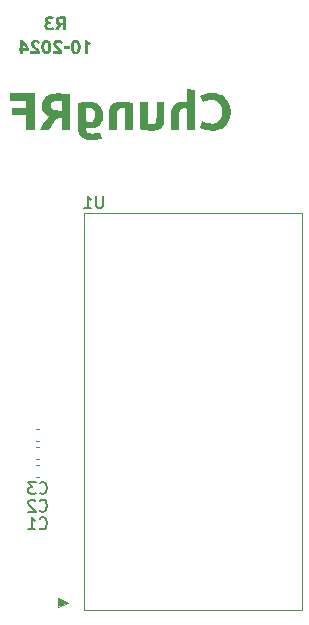
<source format=gbr>
%TF.GenerationSoftware,KiCad,Pcbnew,8.0.5*%
%TF.CreationDate,2024-10-25T02:08:45-07:00*%
%TF.ProjectId,ChungRF,4368756e-6752-4462-9e6b-696361645f70,R3*%
%TF.SameCoordinates,Original*%
%TF.FileFunction,Legend,Bot*%
%TF.FilePolarity,Positive*%
%FSLAX46Y46*%
G04 Gerber Fmt 4.6, Leading zero omitted, Abs format (unit mm)*
G04 Created by KiCad (PCBNEW 8.0.5) date 2024-10-25 02:08:45*
%MOMM*%
%LPD*%
G01*
G04 APERTURE LIST*
%ADD10C,0.300000*%
%ADD11C,0.440000*%
%ADD12C,0.150000*%
%ADD13C,0.120000*%
%ADD14C,0.100000*%
G04 APERTURE END LIST*
D10*
G36*
X157051492Y-63217546D02*
G01*
X157112691Y-63219916D01*
X157173642Y-63223754D01*
X157230589Y-63228969D01*
X157291908Y-63237019D01*
X157351841Y-63247494D01*
X157351841Y-64380000D01*
X157088645Y-64380000D01*
X157088645Y-63986085D01*
X156958513Y-63986085D01*
X156926914Y-64022913D01*
X156891102Y-64069323D01*
X156856957Y-64116730D01*
X156822518Y-64166922D01*
X156820358Y-64170131D01*
X156786268Y-64222329D01*
X156755107Y-64272728D01*
X156753038Y-64276116D01*
X156722281Y-64326657D01*
X156690041Y-64380000D01*
X156394605Y-64380000D01*
X156402303Y-64365020D01*
X156430473Y-64312086D01*
X156460550Y-64258367D01*
X156469458Y-64242911D01*
X156501282Y-64190041D01*
X156534116Y-64139078D01*
X156541216Y-64128348D01*
X156574619Y-64079366D01*
X156610906Y-64028876D01*
X156646468Y-63982057D01*
X156685058Y-63935380D01*
X156665548Y-63926730D01*
X156612271Y-63897228D01*
X156562319Y-63858193D01*
X156522100Y-63812575D01*
X156505804Y-63786968D01*
X156481498Y-63728842D01*
X156469068Y-63668648D01*
X156465533Y-63608876D01*
X156465754Y-63598911D01*
X156737522Y-63598911D01*
X156739089Y-63625312D01*
X156757831Y-63682167D01*
X156801709Y-63724354D01*
X156833830Y-63738629D01*
X156893730Y-63752940D01*
X156953521Y-63759237D01*
X157014493Y-63760990D01*
X157088645Y-63760990D01*
X157088645Y-63447383D01*
X157045561Y-63443866D01*
X156993977Y-63442107D01*
X156986124Y-63442142D01*
X156920881Y-63445627D01*
X156859865Y-63456189D01*
X156802588Y-63478157D01*
X156783843Y-63490533D01*
X156748260Y-63537978D01*
X156737522Y-63598911D01*
X156465754Y-63598911D01*
X156466080Y-63584157D01*
X156474289Y-63514959D01*
X156492348Y-63453200D01*
X156520259Y-63398881D01*
X156558019Y-63352001D01*
X156605631Y-63312561D01*
X156632983Y-63295485D01*
X156694196Y-63266373D01*
X156751834Y-63247245D01*
X156815497Y-63232782D01*
X156885185Y-63222984D01*
X156945273Y-63218506D01*
X157009217Y-63217013D01*
X157051492Y-63217546D01*
G37*
G36*
X155982225Y-64398757D02*
G01*
X156041324Y-64396468D01*
X156078652Y-64392896D01*
X156137624Y-64384836D01*
X156176545Y-64377655D01*
X156234944Y-64364203D01*
X156262714Y-64356552D01*
X156319115Y-64337279D01*
X156323384Y-64335450D01*
X156274437Y-64131751D01*
X156217281Y-64153359D01*
X156162183Y-64171318D01*
X156101231Y-64184982D01*
X156041118Y-64191102D01*
X155992483Y-64192421D01*
X155931971Y-64189013D01*
X155871423Y-64175591D01*
X155822197Y-64149337D01*
X155783278Y-64102166D01*
X155768187Y-64041986D01*
X155767975Y-64032979D01*
X155779021Y-63973628D01*
X155787612Y-63957362D01*
X155828527Y-63915092D01*
X155840662Y-63907536D01*
X155895776Y-63886207D01*
X155920969Y-63881158D01*
X155981259Y-63874609D01*
X156019741Y-63873538D01*
X156117633Y-63873538D01*
X156117633Y-63667201D01*
X156006259Y-63667201D01*
X155947513Y-63662944D01*
X155934451Y-63660753D01*
X155878025Y-63641314D01*
X155872902Y-63638478D01*
X155830818Y-63597086D01*
X155829818Y-63595394D01*
X155813949Y-63536922D01*
X155813698Y-63526810D01*
X155827180Y-63472295D01*
X155861765Y-63434487D01*
X155910711Y-63412212D01*
X155967278Y-63404591D01*
X156028747Y-63408799D01*
X156089875Y-63422645D01*
X156101513Y-63426573D01*
X156156833Y-63449371D01*
X156210588Y-63478515D01*
X156213767Y-63480502D01*
X156303160Y-63299665D01*
X156250981Y-63271210D01*
X156239853Y-63265666D01*
X156183824Y-63241361D01*
X156159839Y-63232840D01*
X156102594Y-63216216D01*
X156066049Y-63208220D01*
X156004815Y-63199900D01*
X155960536Y-63198255D01*
X155898804Y-63200602D01*
X155837246Y-63208605D01*
X155782337Y-63222288D01*
X155725489Y-63245153D01*
X155674006Y-63277242D01*
X155658066Y-63290579D01*
X155617782Y-63335079D01*
X155588703Y-63386148D01*
X155585672Y-63393454D01*
X155568632Y-63451130D01*
X155562025Y-63513701D01*
X155561932Y-63522414D01*
X155569393Y-63581182D01*
X155591777Y-63638492D01*
X155600913Y-63654598D01*
X155636846Y-63701433D01*
X155685604Y-63740510D01*
X155705547Y-63751612D01*
X155652613Y-63777818D01*
X155603708Y-63814711D01*
X155564570Y-63860055D01*
X155536202Y-63913018D01*
X155519610Y-63972770D01*
X155514744Y-64032979D01*
X155519195Y-64095483D01*
X155532545Y-64153923D01*
X155541709Y-64179525D01*
X155571137Y-64234575D01*
X155608911Y-64279564D01*
X155626119Y-64295296D01*
X155677970Y-64331485D01*
X155735019Y-64358537D01*
X155772372Y-64371500D01*
X155830898Y-64385874D01*
X155889054Y-64394259D01*
X155952403Y-64398331D01*
X155982225Y-64398757D01*
G37*
G36*
X159480271Y-65476865D02*
G01*
X159423908Y-65452259D01*
X159378275Y-65430556D01*
X159325665Y-65402933D01*
X159274520Y-65372817D01*
X159224915Y-65340651D01*
X159177507Y-65306872D01*
X159130640Y-65268656D01*
X159093683Y-65233013D01*
X158918121Y-65233013D01*
X158918121Y-66396000D01*
X159169594Y-66396000D01*
X159169594Y-65551896D01*
X159219706Y-65583031D01*
X159274969Y-65611591D01*
X159282727Y-65615204D01*
X159336735Y-65638622D01*
X159393231Y-65660475D01*
X159404360Y-65664443D01*
X159480271Y-65476865D01*
G37*
G36*
X158222864Y-65218148D02*
G01*
X158282807Y-65231421D01*
X158338387Y-65254115D01*
X158384783Y-65282606D01*
X158430861Y-65322210D01*
X158471743Y-65370473D01*
X158485257Y-65390073D01*
X158515477Y-65443883D01*
X158538318Y-65498185D01*
X158557033Y-65558051D01*
X158558854Y-65565026D01*
X158571342Y-65623178D01*
X158580131Y-65685505D01*
X158585218Y-65752010D01*
X158586635Y-65813627D01*
X158584881Y-65884198D01*
X158579619Y-65950537D01*
X158570849Y-66012645D01*
X158554954Y-66084329D01*
X158533577Y-66149402D01*
X158506720Y-66207863D01*
X158474381Y-66259712D01*
X158452584Y-66287420D01*
X158404491Y-66334661D01*
X158350402Y-66370999D01*
X158290316Y-66396437D01*
X158224233Y-66410972D01*
X158164583Y-66414757D01*
X158140224Y-66414152D01*
X158071142Y-66405067D01*
X158008058Y-66385081D01*
X157950970Y-66354193D01*
X157899879Y-66312403D01*
X157854786Y-66259712D01*
X157847879Y-66249871D01*
X157816637Y-66196700D01*
X157790875Y-66136916D01*
X157770595Y-66070521D01*
X157758317Y-66012645D01*
X157749548Y-65950537D01*
X157744286Y-65884198D01*
X157742532Y-65813627D01*
X157999280Y-65813627D01*
X157999686Y-65851252D01*
X158002276Y-65912423D01*
X158007779Y-65973948D01*
X158008881Y-65982919D01*
X158018770Y-66041359D01*
X158034744Y-66098805D01*
X158049066Y-66131901D01*
X158085449Y-66179698D01*
X158106904Y-66194845D01*
X158164583Y-66208421D01*
X158190016Y-66206149D01*
X158243425Y-66179698D01*
X158266733Y-66152491D01*
X158293837Y-66098805D01*
X158296212Y-66092169D01*
X158312167Y-66033477D01*
X158321680Y-65973948D01*
X158325399Y-65936670D01*
X158328985Y-65877251D01*
X158330180Y-65813627D01*
X158329773Y-65776058D01*
X158327183Y-65715244D01*
X158321680Y-65654478D01*
X158320575Y-65645579D01*
X158310470Y-65587580D01*
X158293837Y-65530501D01*
X158279152Y-65497237D01*
X158243425Y-65449314D01*
X158222250Y-65434167D01*
X158164583Y-65420591D01*
X158139246Y-65422863D01*
X158085449Y-65449314D01*
X158061527Y-65476570D01*
X158034744Y-65530501D01*
X158032475Y-65537099D01*
X158017124Y-65595405D01*
X158007779Y-65654478D01*
X158004061Y-65691243D01*
X158000475Y-65750168D01*
X157999280Y-65813627D01*
X157742532Y-65813627D01*
X157744286Y-65743473D01*
X157749548Y-65677504D01*
X157758317Y-65615721D01*
X157774213Y-65544379D01*
X157795589Y-65479577D01*
X157822447Y-65421315D01*
X157854786Y-65369593D01*
X157876583Y-65341833D01*
X157924675Y-65294503D01*
X157978764Y-65258096D01*
X158038850Y-65232610D01*
X158104933Y-65218047D01*
X158164583Y-65214255D01*
X158222864Y-65218148D01*
G37*
G36*
X157647570Y-65776990D02*
G01*
X157158107Y-65776990D01*
X157158107Y-66002085D01*
X157647570Y-66002085D01*
X157647570Y-65776990D01*
G37*
G36*
X156281471Y-65544862D02*
G01*
X156287074Y-65603393D01*
X156303882Y-65659734D01*
X156306970Y-65667081D01*
X156333949Y-65720859D01*
X156367626Y-65772834D01*
X156372622Y-65779628D01*
X156409977Y-65826287D01*
X156451258Y-65871375D01*
X156463774Y-65883969D01*
X156507804Y-65926869D01*
X156551161Y-65967862D01*
X156563425Y-65979224D01*
X156607569Y-66021195D01*
X156618526Y-66031980D01*
X156659598Y-66074296D01*
X156675093Y-66091184D01*
X156713647Y-66135570D01*
X156723160Y-66147165D01*
X156749245Y-66189663D01*
X156246007Y-66189663D01*
X156246007Y-66396000D01*
X157025923Y-66396000D01*
X157029440Y-66349105D01*
X157029440Y-66308658D01*
X157025772Y-66250104D01*
X157013519Y-66190949D01*
X157003355Y-66160940D01*
X156977245Y-66104007D01*
X156945076Y-66050665D01*
X156934772Y-66036083D01*
X156895767Y-65986764D01*
X156855830Y-65943579D01*
X156839517Y-65927639D01*
X156796370Y-65886680D01*
X156753609Y-65845720D01*
X156734004Y-65826816D01*
X156690078Y-65784683D01*
X156658093Y-65753836D01*
X156617084Y-65711544D01*
X156595665Y-65686718D01*
X156561813Y-65637644D01*
X156553460Y-65621359D01*
X156538457Y-65563240D01*
X156538219Y-65554827D01*
X156547493Y-65495180D01*
X156580424Y-65450780D01*
X156634304Y-65426370D01*
X156685058Y-65420591D01*
X156744891Y-65427379D01*
X156770347Y-65434953D01*
X156825907Y-65459463D01*
X156842741Y-65468951D01*
X156891667Y-65501803D01*
X156899308Y-65507933D01*
X156934772Y-65539000D01*
X157059629Y-65373110D01*
X157010879Y-65332255D01*
X156957321Y-65296151D01*
X156905008Y-65267720D01*
X156886705Y-65259098D01*
X156830010Y-65237421D01*
X156771042Y-65222838D01*
X156709803Y-65215350D01*
X156674800Y-65214255D01*
X156613308Y-65216545D01*
X156552146Y-65224353D01*
X156497772Y-65237702D01*
X156441639Y-65259897D01*
X156390925Y-65290832D01*
X156375260Y-65303648D01*
X156335736Y-65347547D01*
X156307288Y-65399561D01*
X156304332Y-65407109D01*
X156287923Y-65467739D01*
X156281672Y-65530603D01*
X156281471Y-65544862D01*
G37*
G36*
X155743310Y-65218148D02*
G01*
X155803254Y-65231421D01*
X155858833Y-65254115D01*
X155905230Y-65282606D01*
X155951307Y-65322210D01*
X155992190Y-65370473D01*
X156005704Y-65390073D01*
X156035923Y-65443883D01*
X156058765Y-65498185D01*
X156077479Y-65558051D01*
X156079301Y-65565026D01*
X156091789Y-65623178D01*
X156100577Y-65685505D01*
X156105665Y-65752010D01*
X156107082Y-65813627D01*
X156105328Y-65884198D01*
X156100066Y-65950537D01*
X156091296Y-66012645D01*
X156075400Y-66084329D01*
X156054024Y-66149402D01*
X156027166Y-66207863D01*
X155994828Y-66259712D01*
X155973030Y-66287420D01*
X155924938Y-66334661D01*
X155870849Y-66370999D01*
X155810763Y-66396437D01*
X155744680Y-66410972D01*
X155685030Y-66414757D01*
X155660670Y-66414152D01*
X155591589Y-66405067D01*
X155528504Y-66385081D01*
X155471417Y-66354193D01*
X155420326Y-66312403D01*
X155375232Y-66259712D01*
X155368326Y-66249871D01*
X155337083Y-66196700D01*
X155311322Y-66136916D01*
X155291042Y-66070521D01*
X155278764Y-66012645D01*
X155269994Y-65950537D01*
X155264732Y-65884198D01*
X155262978Y-65813627D01*
X155519726Y-65813627D01*
X155520133Y-65851252D01*
X155522723Y-65912423D01*
X155528226Y-65973948D01*
X155529327Y-65982919D01*
X155539217Y-66041359D01*
X155555190Y-66098805D01*
X155569513Y-66131901D01*
X155605895Y-66179698D01*
X155627350Y-66194845D01*
X155685030Y-66208421D01*
X155710463Y-66206149D01*
X155763871Y-66179698D01*
X155787179Y-66152491D01*
X155814283Y-66098805D01*
X155816659Y-66092169D01*
X155832614Y-66033477D01*
X155842127Y-65973948D01*
X155845846Y-65936670D01*
X155849431Y-65877251D01*
X155850627Y-65813627D01*
X155850220Y-65776058D01*
X155847630Y-65715244D01*
X155842127Y-65654478D01*
X155841022Y-65645579D01*
X155830916Y-65587580D01*
X155814283Y-65530501D01*
X155799599Y-65497237D01*
X155763871Y-65449314D01*
X155742697Y-65434167D01*
X155685030Y-65420591D01*
X155659692Y-65422863D01*
X155605895Y-65449314D01*
X155581974Y-65476570D01*
X155555190Y-65530501D01*
X155552921Y-65537099D01*
X155537571Y-65595405D01*
X155528226Y-65654478D01*
X155524507Y-65691243D01*
X155520922Y-65750168D01*
X155519726Y-65813627D01*
X155262978Y-65813627D01*
X155264732Y-65743473D01*
X155269994Y-65677504D01*
X155278764Y-65615721D01*
X155294659Y-65544379D01*
X155316036Y-65479577D01*
X155342893Y-65421315D01*
X155375232Y-65369593D01*
X155397030Y-65341833D01*
X155445122Y-65294503D01*
X155499211Y-65258096D01*
X155559297Y-65232610D01*
X155625380Y-65218047D01*
X155685030Y-65214255D01*
X155743310Y-65218148D01*
G37*
G36*
X154372860Y-65544862D02*
G01*
X154378462Y-65603393D01*
X154395271Y-65659734D01*
X154398359Y-65667081D01*
X154425338Y-65720859D01*
X154459015Y-65772834D01*
X154464011Y-65779628D01*
X154501365Y-65826287D01*
X154542647Y-65871375D01*
X154555162Y-65883969D01*
X154599193Y-65926869D01*
X154642550Y-65967862D01*
X154654814Y-65979224D01*
X154698958Y-66021195D01*
X154709915Y-66031980D01*
X154750987Y-66074296D01*
X154766481Y-66091184D01*
X154805036Y-66135570D01*
X154814548Y-66147165D01*
X154840634Y-66189663D01*
X154337396Y-66189663D01*
X154337396Y-66396000D01*
X155117312Y-66396000D01*
X155120829Y-66349105D01*
X155120829Y-66308658D01*
X155117161Y-66250104D01*
X155104908Y-66190949D01*
X155094744Y-66160940D01*
X155068633Y-66104007D01*
X155036464Y-66050665D01*
X155026160Y-66036083D01*
X154987155Y-65986764D01*
X154947219Y-65943579D01*
X154930906Y-65927639D01*
X154887758Y-65886680D01*
X154844998Y-65845720D01*
X154825393Y-65826816D01*
X154781467Y-65784683D01*
X154749482Y-65753836D01*
X154708472Y-65711544D01*
X154687054Y-65686718D01*
X154653202Y-65637644D01*
X154644848Y-65621359D01*
X154629846Y-65563240D01*
X154629608Y-65554827D01*
X154638881Y-65495180D01*
X154671813Y-65450780D01*
X154725692Y-65426370D01*
X154776447Y-65420591D01*
X154836280Y-65427379D01*
X154861736Y-65434953D01*
X154917295Y-65459463D01*
X154934130Y-65468951D01*
X154983056Y-65501803D01*
X154990696Y-65507933D01*
X155026160Y-65539000D01*
X155151017Y-65373110D01*
X155102268Y-65332255D01*
X155048710Y-65296151D01*
X154996397Y-65267720D01*
X154978093Y-65259098D01*
X154921398Y-65237421D01*
X154862431Y-65222838D01*
X154801192Y-65215350D01*
X154766188Y-65214255D01*
X154704696Y-65216545D01*
X154643535Y-65224353D01*
X154589161Y-65237702D01*
X154533028Y-65259897D01*
X154482314Y-65290832D01*
X154466649Y-65303648D01*
X154427124Y-65347547D01*
X154398677Y-65399561D01*
X154395721Y-65407109D01*
X154379312Y-65467739D01*
X154373061Y-65530603D01*
X154372860Y-65544862D01*
G37*
G36*
X153737484Y-65261799D02*
G01*
X153780238Y-65307412D01*
X153823038Y-65355946D01*
X153861122Y-65401540D01*
X153898601Y-65448545D01*
X153935128Y-65496062D01*
X153970702Y-65544093D01*
X154005323Y-65592636D01*
X154026356Y-65623014D01*
X154062665Y-65677082D01*
X154096980Y-65730361D01*
X154129301Y-65782852D01*
X154132763Y-65788622D01*
X154165404Y-65844275D01*
X154194438Y-65896207D01*
X154222211Y-65949035D01*
X154222211Y-66133390D01*
X153717507Y-66133390D01*
X153717507Y-66396000D01*
X153471017Y-66396000D01*
X153471017Y-66133390D01*
X153345867Y-66133390D01*
X153345867Y-65927053D01*
X153471017Y-65927053D01*
X153717507Y-65927053D01*
X153982462Y-65927053D01*
X153955644Y-65875341D01*
X153925895Y-65824251D01*
X153893216Y-65773785D01*
X153857605Y-65723941D01*
X153830086Y-65687217D01*
X153794293Y-65639920D01*
X153755251Y-65588987D01*
X153717507Y-65540466D01*
X153717507Y-65927053D01*
X153471017Y-65927053D01*
X153471017Y-65233013D01*
X153709008Y-65233013D01*
X153737484Y-65261799D01*
G37*
D11*
G36*
X169733704Y-72906020D02*
G01*
X169918352Y-72899524D01*
X170091666Y-72880033D01*
X170253648Y-72847549D01*
X170404297Y-72802071D01*
X170576672Y-72726951D01*
X170731338Y-72631528D01*
X170868298Y-72515803D01*
X170893565Y-72490221D01*
X171008172Y-72351511D01*
X171103354Y-72195741D01*
X171179111Y-72022912D01*
X171225731Y-71872367D01*
X171259919Y-71710904D01*
X171281675Y-71538524D01*
X171290999Y-71355226D01*
X171291387Y-71307695D01*
X171285590Y-71145097D01*
X171264769Y-70968888D01*
X171228804Y-70802938D01*
X171177696Y-70647245D01*
X171170243Y-70628505D01*
X171103662Y-70484695D01*
X171015330Y-70336922D01*
X170912777Y-70203986D01*
X170836509Y-70123606D01*
X170711000Y-70015455D01*
X170572755Y-69923131D01*
X170421774Y-69846635D01*
X170332392Y-69810975D01*
X170183111Y-69764471D01*
X170027577Y-69731254D01*
X169865791Y-69711324D01*
X169697752Y-69704681D01*
X169531077Y-69710365D01*
X169368102Y-69729073D01*
X169337445Y-69734381D01*
X169176796Y-69767753D01*
X169053732Y-69801596D01*
X168905663Y-69855363D01*
X168851304Y-69880535D01*
X168734067Y-69943062D01*
X168937277Y-70489384D01*
X169082575Y-70422557D01*
X169237089Y-70369171D01*
X169272574Y-70358861D01*
X169436670Y-70323944D01*
X169603256Y-70307512D01*
X169707130Y-70304932D01*
X169867354Y-70318414D01*
X170024451Y-70358861D01*
X170170410Y-70428421D01*
X170298784Y-70530808D01*
X170400416Y-70657467D01*
X170476370Y-70803261D01*
X170490271Y-70837967D01*
X170534088Y-70990082D01*
X170556488Y-71149603D01*
X170562176Y-71294408D01*
X170555581Y-71451542D01*
X170533554Y-71612592D01*
X170515281Y-71695357D01*
X170462494Y-71847713D01*
X170381367Y-71989370D01*
X170362092Y-72015023D01*
X170248187Y-72128687D01*
X170116156Y-72212462D01*
X170084632Y-72227612D01*
X169933693Y-72278216D01*
X169773299Y-72302029D01*
X169670396Y-72305769D01*
X169508198Y-72300081D01*
X169396063Y-72287793D01*
X169241344Y-72259751D01*
X169179566Y-72244806D01*
X169026771Y-72194340D01*
X169013090Y-72188533D01*
X168882567Y-72129914D01*
X168689517Y-72671547D01*
X168830296Y-72741738D01*
X168980850Y-72796697D01*
X169108442Y-72834115D01*
X169266918Y-72868874D01*
X169438995Y-72892257D01*
X169603370Y-72903493D01*
X169733704Y-72906020D01*
G37*
G36*
X168300292Y-72856000D02*
G01*
X168300292Y-69462392D01*
X167629699Y-69354534D01*
X167629699Y-70518302D01*
X167476417Y-70479146D01*
X167456970Y-70475316D01*
X167301485Y-70456265D01*
X167251415Y-70454995D01*
X167080705Y-70462627D01*
X166914962Y-70488654D01*
X166772308Y-70533152D01*
X166629367Y-70607362D01*
X166503704Y-70711226D01*
X166465930Y-70754339D01*
X166378415Y-70889277D01*
X166316930Y-71045159D01*
X166304144Y-71093543D01*
X166273275Y-71260288D01*
X166258749Y-71427259D01*
X166256468Y-71530445D01*
X166256468Y-72856000D01*
X166927061Y-72856000D01*
X166927061Y-71600005D01*
X166933676Y-71432517D01*
X166959728Y-71268445D01*
X167010689Y-71140438D01*
X167138860Y-71034935D01*
X167304701Y-71005357D01*
X167318631Y-71005225D01*
X167478320Y-71018964D01*
X167488233Y-71020856D01*
X167629699Y-71054464D01*
X167629699Y-72856000D01*
X168300292Y-72856000D01*
G37*
G36*
X163640529Y-72770808D02*
G01*
X163795983Y-72809783D01*
X163953111Y-72841150D01*
X164082120Y-72863034D01*
X164253319Y-72885702D01*
X164411966Y-72898926D01*
X164574941Y-72905349D01*
X164648763Y-72906020D01*
X164810488Y-72899653D01*
X164971475Y-72877640D01*
X165125816Y-72835266D01*
X165151318Y-72825518D01*
X165300213Y-72749533D01*
X165429979Y-72644044D01*
X165468638Y-72600424D01*
X165557820Y-72462601D01*
X165617860Y-72315601D01*
X165635114Y-72254185D01*
X165665119Y-72097931D01*
X165681276Y-71930466D01*
X165684353Y-71812594D01*
X165684353Y-70505016D01*
X165012978Y-70505016D01*
X165012978Y-71743034D01*
X165006240Y-71911264D01*
X164979700Y-72078257D01*
X164927786Y-72211980D01*
X164804883Y-72319838D01*
X164650640Y-72354526D01*
X164608121Y-72355790D01*
X164455714Y-72349538D01*
X164311122Y-72333124D01*
X164311122Y-70505016D01*
X163640529Y-70505016D01*
X163640529Y-72770808D01*
G37*
G36*
X163023083Y-70590207D02*
G01*
X162867758Y-70551232D01*
X162710941Y-70519866D01*
X162582274Y-70497981D01*
X162410662Y-70475313D01*
X162251775Y-70462089D01*
X162088683Y-70455666D01*
X162014849Y-70454995D01*
X161853186Y-70461177D01*
X161692413Y-70482548D01*
X161538483Y-70523688D01*
X161513076Y-70533152D01*
X161363804Y-70607362D01*
X161234209Y-70711226D01*
X161195756Y-70754339D01*
X161106189Y-70889277D01*
X161042652Y-71045159D01*
X161029280Y-71093543D01*
X160998798Y-71246940D01*
X160982385Y-71412866D01*
X160979259Y-71530445D01*
X160979259Y-72856000D01*
X161649852Y-72856000D01*
X161649852Y-71600005D01*
X161656653Y-71432517D01*
X161683435Y-71268445D01*
X161735826Y-71140438D01*
X161858338Y-71039028D01*
X162012839Y-71006413D01*
X162055491Y-71005225D01*
X162208680Y-71012259D01*
X162352490Y-71027109D01*
X162352490Y-72856000D01*
X163023083Y-72856000D01*
X163023083Y-70590207D01*
G37*
G36*
X159307946Y-70455076D02*
G01*
X159478397Y-70464784D01*
X159637399Y-70490674D01*
X159799077Y-70537842D01*
X159907277Y-70583613D01*
X160053273Y-70668573D01*
X160179706Y-70773096D01*
X160252832Y-70852720D01*
X160345119Y-70986443D01*
X160416523Y-71137311D01*
X160462356Y-71289008D01*
X160489164Y-71451786D01*
X160497026Y-71609384D01*
X160487848Y-71795918D01*
X160460316Y-71966296D01*
X160414429Y-72120517D01*
X160337696Y-72280021D01*
X160235979Y-72417535D01*
X160130008Y-72515546D01*
X159985955Y-72604264D01*
X159819911Y-72665380D01*
X159660085Y-72695798D01*
X159484102Y-72705937D01*
X159393544Y-72703074D01*
X159233997Y-72681708D01*
X159162877Y-72663710D01*
X159011248Y-72607458D01*
X159011248Y-72694995D01*
X159012299Y-72732444D01*
X159044997Y-72889950D01*
X159130829Y-73027165D01*
X159221642Y-73095171D01*
X159374342Y-73143531D01*
X159538031Y-73156125D01*
X159605762Y-73155247D01*
X159771148Y-73144750D01*
X159931946Y-73120173D01*
X159953479Y-73115572D01*
X160111279Y-73074253D01*
X160262553Y-73020912D01*
X160379789Y-73566453D01*
X160297595Y-73592953D01*
X160137012Y-73635818D01*
X159979622Y-73668058D01*
X159871422Y-73684813D01*
X159709306Y-73700970D01*
X159547410Y-73706355D01*
X159434476Y-73703896D01*
X159258861Y-73688868D01*
X159099008Y-73660177D01*
X158927989Y-73607713D01*
X158779667Y-73535576D01*
X158635309Y-73426551D01*
X158582651Y-73371470D01*
X158479925Y-73222593D01*
X158414318Y-73072301D01*
X158369429Y-72901071D01*
X158347848Y-72742386D01*
X158340655Y-72569161D01*
X158340655Y-71027891D01*
X159011248Y-71027891D01*
X159011248Y-72065825D01*
X159019265Y-72070286D01*
X159164437Y-72129133D01*
X159198609Y-72138164D01*
X159357486Y-72155706D01*
X159512074Y-72136472D01*
X159668438Y-72050987D01*
X159758614Y-71920088D01*
X159801259Y-71766215D01*
X159812364Y-71608602D01*
X159802040Y-71468557D01*
X159761379Y-71317038D01*
X159681841Y-71176390D01*
X159597726Y-71093649D01*
X159452298Y-71025450D01*
X159285581Y-71005225D01*
X159128484Y-71012259D01*
X159011248Y-71027891D01*
X158340655Y-71027891D01*
X158340655Y-70590207D01*
X158393191Y-70575067D01*
X158545428Y-70538623D01*
X158625801Y-70522260D01*
X158786935Y-70495637D01*
X158881640Y-70483144D01*
X159040948Y-70466718D01*
X159128239Y-70460044D01*
X159290271Y-70454995D01*
X159307946Y-70455076D01*
G37*
G36*
X156877728Y-69756123D02*
G01*
X157040925Y-69762443D01*
X157203460Y-69772678D01*
X157355318Y-69786584D01*
X157518835Y-69808053D01*
X157678659Y-69835986D01*
X157678659Y-72856000D01*
X156976803Y-72856000D01*
X156976803Y-71805560D01*
X156629782Y-71805560D01*
X156545518Y-71903768D01*
X156450020Y-72027528D01*
X156358966Y-72153948D01*
X156267130Y-72287793D01*
X156261371Y-72296350D01*
X156170464Y-72435544D01*
X156087368Y-72569942D01*
X156081851Y-72578976D01*
X155999831Y-72713752D01*
X155913858Y-72856000D01*
X155126028Y-72856000D01*
X155146557Y-72816054D01*
X155221676Y-72674896D01*
X155301883Y-72531645D01*
X155325635Y-72490429D01*
X155410501Y-72349443D01*
X155498059Y-72213543D01*
X155516990Y-72184930D01*
X155606066Y-72054309D01*
X155702832Y-71919670D01*
X155797663Y-71794820D01*
X155900571Y-71670347D01*
X155848543Y-71647282D01*
X155706471Y-71568608D01*
X155573267Y-71464514D01*
X155466014Y-71342866D01*
X155422558Y-71274581D01*
X155357742Y-71119579D01*
X155324597Y-70959063D01*
X155315170Y-70799670D01*
X155315758Y-70773096D01*
X156040473Y-70773096D01*
X156044652Y-70843500D01*
X156094631Y-70995113D01*
X156211639Y-71107612D01*
X156297294Y-71145679D01*
X156457029Y-71183842D01*
X156616471Y-71200634D01*
X156779063Y-71205309D01*
X156976803Y-71205309D01*
X156976803Y-70369021D01*
X156861911Y-70359642D01*
X156724353Y-70354953D01*
X156703412Y-70355047D01*
X156529432Y-70364341D01*
X156366721Y-70392505D01*
X156213983Y-70451087D01*
X156163997Y-70484090D01*
X156069109Y-70610608D01*
X156040473Y-70773096D01*
X155315758Y-70773096D01*
X155316629Y-70733752D01*
X155338519Y-70549224D01*
X155386678Y-70384534D01*
X155461105Y-70239682D01*
X155561800Y-70114670D01*
X155688763Y-70009496D01*
X155761704Y-69963961D01*
X155924938Y-69886329D01*
X156078639Y-69835320D01*
X156248407Y-69796753D01*
X156434241Y-69770626D01*
X156594477Y-69758683D01*
X156764995Y-69754702D01*
X156877728Y-69756123D01*
G37*
G36*
X154693034Y-72856000D02*
G01*
X154693034Y-69754702D01*
X152604660Y-69754702D01*
X152604660Y-70354953D01*
X153991178Y-70354953D01*
X153991178Y-70955204D01*
X152757068Y-70955204D01*
X152757068Y-71555455D01*
X153991178Y-71555455D01*
X153991178Y-72856000D01*
X154693034Y-72856000D01*
G37*
D12*
X155116666Y-103579580D02*
X155164285Y-103627200D01*
X155164285Y-103627200D02*
X155307142Y-103674819D01*
X155307142Y-103674819D02*
X155402380Y-103674819D01*
X155402380Y-103674819D02*
X155545237Y-103627200D01*
X155545237Y-103627200D02*
X155640475Y-103531961D01*
X155640475Y-103531961D02*
X155688094Y-103436723D01*
X155688094Y-103436723D02*
X155735713Y-103246247D01*
X155735713Y-103246247D02*
X155735713Y-103103390D01*
X155735713Y-103103390D02*
X155688094Y-102912914D01*
X155688094Y-102912914D02*
X155640475Y-102817676D01*
X155640475Y-102817676D02*
X155545237Y-102722438D01*
X155545237Y-102722438D02*
X155402380Y-102674819D01*
X155402380Y-102674819D02*
X155307142Y-102674819D01*
X155307142Y-102674819D02*
X155164285Y-102722438D01*
X155164285Y-102722438D02*
X155116666Y-102770057D01*
X154783332Y-102674819D02*
X154164285Y-102674819D01*
X154164285Y-102674819D02*
X154497618Y-103055771D01*
X154497618Y-103055771D02*
X154354761Y-103055771D01*
X154354761Y-103055771D02*
X154259523Y-103103390D01*
X154259523Y-103103390D02*
X154211904Y-103151009D01*
X154211904Y-103151009D02*
X154164285Y-103246247D01*
X154164285Y-103246247D02*
X154164285Y-103484342D01*
X154164285Y-103484342D02*
X154211904Y-103579580D01*
X154211904Y-103579580D02*
X154259523Y-103627200D01*
X154259523Y-103627200D02*
X154354761Y-103674819D01*
X154354761Y-103674819D02*
X154640475Y-103674819D01*
X154640475Y-103674819D02*
X154735713Y-103627200D01*
X154735713Y-103627200D02*
X154783332Y-103579580D01*
X155116666Y-105059580D02*
X155164285Y-105107200D01*
X155164285Y-105107200D02*
X155307142Y-105154819D01*
X155307142Y-105154819D02*
X155402380Y-105154819D01*
X155402380Y-105154819D02*
X155545237Y-105107200D01*
X155545237Y-105107200D02*
X155640475Y-105011961D01*
X155640475Y-105011961D02*
X155688094Y-104916723D01*
X155688094Y-104916723D02*
X155735713Y-104726247D01*
X155735713Y-104726247D02*
X155735713Y-104583390D01*
X155735713Y-104583390D02*
X155688094Y-104392914D01*
X155688094Y-104392914D02*
X155640475Y-104297676D01*
X155640475Y-104297676D02*
X155545237Y-104202438D01*
X155545237Y-104202438D02*
X155402380Y-104154819D01*
X155402380Y-104154819D02*
X155307142Y-104154819D01*
X155307142Y-104154819D02*
X155164285Y-104202438D01*
X155164285Y-104202438D02*
X155116666Y-104250057D01*
X154735713Y-104250057D02*
X154688094Y-104202438D01*
X154688094Y-104202438D02*
X154592856Y-104154819D01*
X154592856Y-104154819D02*
X154354761Y-104154819D01*
X154354761Y-104154819D02*
X154259523Y-104202438D01*
X154259523Y-104202438D02*
X154211904Y-104250057D01*
X154211904Y-104250057D02*
X154164285Y-104345295D01*
X154164285Y-104345295D02*
X154164285Y-104440533D01*
X154164285Y-104440533D02*
X154211904Y-104583390D01*
X154211904Y-104583390D02*
X154783332Y-105154819D01*
X154783332Y-105154819D02*
X154164285Y-105154819D01*
X155116666Y-106559580D02*
X155164285Y-106607200D01*
X155164285Y-106607200D02*
X155307142Y-106654819D01*
X155307142Y-106654819D02*
X155402380Y-106654819D01*
X155402380Y-106654819D02*
X155545237Y-106607200D01*
X155545237Y-106607200D02*
X155640475Y-106511961D01*
X155640475Y-106511961D02*
X155688094Y-106416723D01*
X155688094Y-106416723D02*
X155735713Y-106226247D01*
X155735713Y-106226247D02*
X155735713Y-106083390D01*
X155735713Y-106083390D02*
X155688094Y-105892914D01*
X155688094Y-105892914D02*
X155640475Y-105797676D01*
X155640475Y-105797676D02*
X155545237Y-105702438D01*
X155545237Y-105702438D02*
X155402380Y-105654819D01*
X155402380Y-105654819D02*
X155307142Y-105654819D01*
X155307142Y-105654819D02*
X155164285Y-105702438D01*
X155164285Y-105702438D02*
X155116666Y-105750057D01*
X154164285Y-106654819D02*
X154735713Y-106654819D01*
X154449999Y-106654819D02*
X154449999Y-105654819D01*
X154449999Y-105654819D02*
X154545237Y-105797676D01*
X154545237Y-105797676D02*
X154640475Y-105892914D01*
X154640475Y-105892914D02*
X154735713Y-105940533D01*
X160461904Y-78454819D02*
X160461904Y-79264342D01*
X160461904Y-79264342D02*
X160414285Y-79359580D01*
X160414285Y-79359580D02*
X160366666Y-79407200D01*
X160366666Y-79407200D02*
X160271428Y-79454819D01*
X160271428Y-79454819D02*
X160080952Y-79454819D01*
X160080952Y-79454819D02*
X159985714Y-79407200D01*
X159985714Y-79407200D02*
X159938095Y-79359580D01*
X159938095Y-79359580D02*
X159890476Y-79264342D01*
X159890476Y-79264342D02*
X159890476Y-78454819D01*
X158890476Y-79454819D02*
X159461904Y-79454819D01*
X159176190Y-79454819D02*
X159176190Y-78454819D01*
X159176190Y-78454819D02*
X159271428Y-78597676D01*
X159271428Y-78597676D02*
X159366666Y-78692914D01*
X159366666Y-78692914D02*
X159461904Y-78740533D01*
D13*
%TO.C,C3*%
X155090580Y-98181410D02*
X154809420Y-98181410D01*
X155090580Y-99201410D02*
X154809420Y-99201410D01*
%TO.C,C2*%
X155090580Y-99671410D02*
X154809420Y-99671410D01*
X155090580Y-100691410D02*
X154809420Y-100691410D01*
%TO.C,C1*%
X155090580Y-101181410D02*
X154809420Y-101181410D01*
X155090580Y-102201410D02*
X154809420Y-102201410D01*
%TO.C,U1*%
D14*
X158900000Y-79850000D02*
X177300000Y-79850000D01*
X177300000Y-113450000D01*
X158900000Y-113450000D01*
X158900000Y-79850000D01*
X157504000Y-112859520D02*
X156704000Y-113259520D01*
X156704000Y-112459520D01*
X157504000Y-112859520D01*
G36*
X157504000Y-112859520D02*
G01*
X156704000Y-113259520D01*
X156704000Y-112459520D01*
X157504000Y-112859520D01*
G37*
%TD*%
M02*

</source>
